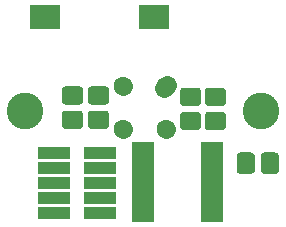
<source format=gbr>
G04 #@! TF.GenerationSoftware,KiCad,Pcbnew,(5.0.0)*
G04 #@! TF.CreationDate,2018-09-26T10:31:33+02:00*
G04 #@! TF.ProjectId,OpenThermalCamera,4F70656E546865726D616C43616D6572,rev?*
G04 #@! TF.SameCoordinates,Original*
G04 #@! TF.FileFunction,Soldermask,Bot*
G04 #@! TF.FilePolarity,Negative*
%FSLAX46Y46*%
G04 Gerber Fmt 4.6, Leading zero omitted, Abs format (unit mm)*
G04 Created by KiCad (PCBNEW (5.0.0)) date 09/26/18 10:31:33*
%MOMM*%
%LPD*%
G01*
G04 APERTURE LIST*
%ADD10C,3.100000*%
%ADD11R,2.580000X2.000000*%
%ADD12C,0.100000*%
%ADD13C,1.550000*%
%ADD14R,2.800000X1.140000*%
%ADD15R,1.850000X0.850000*%
%ADD16C,1.600000*%
%ADD17C,1.600000*%
G04 APERTURE END LIST*
D10*
G04 #@! TO.C,MH1*
X50000000Y-37000000D03*
G04 #@! TD*
G04 #@! TO.C,MH2*
X30000000Y-37000000D03*
G04 #@! TD*
D11*
G04 #@! TO.C,SW1*
X31710000Y-29000000D03*
X40890000Y-29000000D03*
G04 #@! TD*
D12*
G04 #@! TO.C,C5*
G36*
X34596071Y-34901623D02*
X34628781Y-34906475D01*
X34660857Y-34914509D01*
X34691991Y-34925649D01*
X34721884Y-34939787D01*
X34750247Y-34956787D01*
X34776807Y-34976485D01*
X34801308Y-34998692D01*
X34823515Y-35023193D01*
X34843213Y-35049753D01*
X34860213Y-35078116D01*
X34874351Y-35108009D01*
X34885491Y-35139143D01*
X34893525Y-35171219D01*
X34898377Y-35203929D01*
X34900000Y-35236956D01*
X34900000Y-36113044D01*
X34898377Y-36146071D01*
X34893525Y-36178781D01*
X34885491Y-36210857D01*
X34874351Y-36241991D01*
X34860213Y-36271884D01*
X34843213Y-36300247D01*
X34823515Y-36326807D01*
X34801308Y-36351308D01*
X34776807Y-36373515D01*
X34750247Y-36393213D01*
X34721884Y-36410213D01*
X34691991Y-36424351D01*
X34660857Y-36435491D01*
X34628781Y-36443525D01*
X34596071Y-36448377D01*
X34563044Y-36450000D01*
X33436956Y-36450000D01*
X33403929Y-36448377D01*
X33371219Y-36443525D01*
X33339143Y-36435491D01*
X33308009Y-36424351D01*
X33278116Y-36410213D01*
X33249753Y-36393213D01*
X33223193Y-36373515D01*
X33198692Y-36351308D01*
X33176485Y-36326807D01*
X33156787Y-36300247D01*
X33139787Y-36271884D01*
X33125649Y-36241991D01*
X33114509Y-36210857D01*
X33106475Y-36178781D01*
X33101623Y-36146071D01*
X33100000Y-36113044D01*
X33100000Y-35236956D01*
X33101623Y-35203929D01*
X33106475Y-35171219D01*
X33114509Y-35139143D01*
X33125649Y-35108009D01*
X33139787Y-35078116D01*
X33156787Y-35049753D01*
X33176485Y-35023193D01*
X33198692Y-34998692D01*
X33223193Y-34976485D01*
X33249753Y-34956787D01*
X33278116Y-34939787D01*
X33308009Y-34925649D01*
X33339143Y-34914509D01*
X33371219Y-34906475D01*
X33403929Y-34901623D01*
X33436956Y-34900000D01*
X34563044Y-34900000D01*
X34596071Y-34901623D01*
X34596071Y-34901623D01*
G37*
D13*
X34000000Y-35675000D03*
D12*
G36*
X34596071Y-36951623D02*
X34628781Y-36956475D01*
X34660857Y-36964509D01*
X34691991Y-36975649D01*
X34721884Y-36989787D01*
X34750247Y-37006787D01*
X34776807Y-37026485D01*
X34801308Y-37048692D01*
X34823515Y-37073193D01*
X34843213Y-37099753D01*
X34860213Y-37128116D01*
X34874351Y-37158009D01*
X34885491Y-37189143D01*
X34893525Y-37221219D01*
X34898377Y-37253929D01*
X34900000Y-37286956D01*
X34900000Y-38163044D01*
X34898377Y-38196071D01*
X34893525Y-38228781D01*
X34885491Y-38260857D01*
X34874351Y-38291991D01*
X34860213Y-38321884D01*
X34843213Y-38350247D01*
X34823515Y-38376807D01*
X34801308Y-38401308D01*
X34776807Y-38423515D01*
X34750247Y-38443213D01*
X34721884Y-38460213D01*
X34691991Y-38474351D01*
X34660857Y-38485491D01*
X34628781Y-38493525D01*
X34596071Y-38498377D01*
X34563044Y-38500000D01*
X33436956Y-38500000D01*
X33403929Y-38498377D01*
X33371219Y-38493525D01*
X33339143Y-38485491D01*
X33308009Y-38474351D01*
X33278116Y-38460213D01*
X33249753Y-38443213D01*
X33223193Y-38423515D01*
X33198692Y-38401308D01*
X33176485Y-38376807D01*
X33156787Y-38350247D01*
X33139787Y-38321884D01*
X33125649Y-38291991D01*
X33114509Y-38260857D01*
X33106475Y-38228781D01*
X33101623Y-38196071D01*
X33100000Y-38163044D01*
X33100000Y-37286956D01*
X33101623Y-37253929D01*
X33106475Y-37221219D01*
X33114509Y-37189143D01*
X33125649Y-37158009D01*
X33139787Y-37128116D01*
X33156787Y-37099753D01*
X33176485Y-37073193D01*
X33198692Y-37048692D01*
X33223193Y-37026485D01*
X33249753Y-37006787D01*
X33278116Y-36989787D01*
X33308009Y-36975649D01*
X33339143Y-36964509D01*
X33371219Y-36956475D01*
X33403929Y-36951623D01*
X33436956Y-36950000D01*
X34563044Y-36950000D01*
X34596071Y-36951623D01*
X34596071Y-36951623D01*
G37*
D13*
X34000000Y-37725000D03*
G04 #@! TD*
D12*
G04 #@! TO.C,C4*
G36*
X36796071Y-36951623D02*
X36828781Y-36956475D01*
X36860857Y-36964509D01*
X36891991Y-36975649D01*
X36921884Y-36989787D01*
X36950247Y-37006787D01*
X36976807Y-37026485D01*
X37001308Y-37048692D01*
X37023515Y-37073193D01*
X37043213Y-37099753D01*
X37060213Y-37128116D01*
X37074351Y-37158009D01*
X37085491Y-37189143D01*
X37093525Y-37221219D01*
X37098377Y-37253929D01*
X37100000Y-37286956D01*
X37100000Y-38163044D01*
X37098377Y-38196071D01*
X37093525Y-38228781D01*
X37085491Y-38260857D01*
X37074351Y-38291991D01*
X37060213Y-38321884D01*
X37043213Y-38350247D01*
X37023515Y-38376807D01*
X37001308Y-38401308D01*
X36976807Y-38423515D01*
X36950247Y-38443213D01*
X36921884Y-38460213D01*
X36891991Y-38474351D01*
X36860857Y-38485491D01*
X36828781Y-38493525D01*
X36796071Y-38498377D01*
X36763044Y-38500000D01*
X35636956Y-38500000D01*
X35603929Y-38498377D01*
X35571219Y-38493525D01*
X35539143Y-38485491D01*
X35508009Y-38474351D01*
X35478116Y-38460213D01*
X35449753Y-38443213D01*
X35423193Y-38423515D01*
X35398692Y-38401308D01*
X35376485Y-38376807D01*
X35356787Y-38350247D01*
X35339787Y-38321884D01*
X35325649Y-38291991D01*
X35314509Y-38260857D01*
X35306475Y-38228781D01*
X35301623Y-38196071D01*
X35300000Y-38163044D01*
X35300000Y-37286956D01*
X35301623Y-37253929D01*
X35306475Y-37221219D01*
X35314509Y-37189143D01*
X35325649Y-37158009D01*
X35339787Y-37128116D01*
X35356787Y-37099753D01*
X35376485Y-37073193D01*
X35398692Y-37048692D01*
X35423193Y-37026485D01*
X35449753Y-37006787D01*
X35478116Y-36989787D01*
X35508009Y-36975649D01*
X35539143Y-36964509D01*
X35571219Y-36956475D01*
X35603929Y-36951623D01*
X35636956Y-36950000D01*
X36763044Y-36950000D01*
X36796071Y-36951623D01*
X36796071Y-36951623D01*
G37*
D13*
X36200000Y-37725000D03*
D12*
G36*
X36796071Y-34901623D02*
X36828781Y-34906475D01*
X36860857Y-34914509D01*
X36891991Y-34925649D01*
X36921884Y-34939787D01*
X36950247Y-34956787D01*
X36976807Y-34976485D01*
X37001308Y-34998692D01*
X37023515Y-35023193D01*
X37043213Y-35049753D01*
X37060213Y-35078116D01*
X37074351Y-35108009D01*
X37085491Y-35139143D01*
X37093525Y-35171219D01*
X37098377Y-35203929D01*
X37100000Y-35236956D01*
X37100000Y-36113044D01*
X37098377Y-36146071D01*
X37093525Y-36178781D01*
X37085491Y-36210857D01*
X37074351Y-36241991D01*
X37060213Y-36271884D01*
X37043213Y-36300247D01*
X37023515Y-36326807D01*
X37001308Y-36351308D01*
X36976807Y-36373515D01*
X36950247Y-36393213D01*
X36921884Y-36410213D01*
X36891991Y-36424351D01*
X36860857Y-36435491D01*
X36828781Y-36443525D01*
X36796071Y-36448377D01*
X36763044Y-36450000D01*
X35636956Y-36450000D01*
X35603929Y-36448377D01*
X35571219Y-36443525D01*
X35539143Y-36435491D01*
X35508009Y-36424351D01*
X35478116Y-36410213D01*
X35449753Y-36393213D01*
X35423193Y-36373515D01*
X35398692Y-36351308D01*
X35376485Y-36326807D01*
X35356787Y-36300247D01*
X35339787Y-36271884D01*
X35325649Y-36241991D01*
X35314509Y-36210857D01*
X35306475Y-36178781D01*
X35301623Y-36146071D01*
X35300000Y-36113044D01*
X35300000Y-35236956D01*
X35301623Y-35203929D01*
X35306475Y-35171219D01*
X35314509Y-35139143D01*
X35325649Y-35108009D01*
X35339787Y-35078116D01*
X35356787Y-35049753D01*
X35376485Y-35023193D01*
X35398692Y-34998692D01*
X35423193Y-34976485D01*
X35449753Y-34956787D01*
X35478116Y-34939787D01*
X35508009Y-34925649D01*
X35539143Y-34914509D01*
X35571219Y-34906475D01*
X35603929Y-34901623D01*
X35636956Y-34900000D01*
X36763044Y-34900000D01*
X36796071Y-34901623D01*
X36796071Y-34901623D01*
G37*
D13*
X36200000Y-35675000D03*
G04 #@! TD*
D14*
G04 #@! TO.C,J1*
X32450000Y-45640000D03*
X36350000Y-45640000D03*
X32450000Y-44370000D03*
X36350000Y-44370000D03*
X32450000Y-43100000D03*
X36350000Y-43100000D03*
X32450000Y-41830000D03*
X36350000Y-41830000D03*
X32450000Y-40560000D03*
X36350000Y-40560000D03*
G04 #@! TD*
D15*
G04 #@! TO.C,U3*
X45850000Y-40075000D03*
X45850000Y-40725000D03*
X45850000Y-41375000D03*
X45850000Y-42025000D03*
X45850000Y-42675000D03*
X45850000Y-43325000D03*
X45850000Y-43975000D03*
X45850000Y-44625000D03*
X45850000Y-45275000D03*
X45850000Y-45925000D03*
X39950000Y-45925000D03*
X39950000Y-45275000D03*
X39950000Y-44625000D03*
X39950000Y-43975000D03*
X39950000Y-43325000D03*
X39950000Y-42675000D03*
X39950000Y-42025000D03*
X39950000Y-41375000D03*
X39950000Y-40725000D03*
X39950000Y-40075000D03*
G04 #@! TD*
D16*
G04 #@! TO.C,U1*
X41900000Y-34900000D03*
D17*
X42041421Y-34758579D02*
X41758579Y-35041421D01*
D16*
X38307898Y-34900000D03*
D17*
X38307898Y-34900000D02*
X38307898Y-34900000D01*
D16*
X38307898Y-38492102D03*
D17*
X38307898Y-38492102D02*
X38307898Y-38492102D01*
D16*
X41900000Y-38492102D03*
D17*
X41900000Y-38492102D02*
X41900000Y-38492102D01*
G04 #@! TD*
D12*
G04 #@! TO.C,R3*
G36*
X44596071Y-35001623D02*
X44628781Y-35006475D01*
X44660857Y-35014509D01*
X44691991Y-35025649D01*
X44721884Y-35039787D01*
X44750247Y-35056787D01*
X44776807Y-35076485D01*
X44801308Y-35098692D01*
X44823515Y-35123193D01*
X44843213Y-35149753D01*
X44860213Y-35178116D01*
X44874351Y-35208009D01*
X44885491Y-35239143D01*
X44893525Y-35271219D01*
X44898377Y-35303929D01*
X44900000Y-35336956D01*
X44900000Y-36213044D01*
X44898377Y-36246071D01*
X44893525Y-36278781D01*
X44885491Y-36310857D01*
X44874351Y-36341991D01*
X44860213Y-36371884D01*
X44843213Y-36400247D01*
X44823515Y-36426807D01*
X44801308Y-36451308D01*
X44776807Y-36473515D01*
X44750247Y-36493213D01*
X44721884Y-36510213D01*
X44691991Y-36524351D01*
X44660857Y-36535491D01*
X44628781Y-36543525D01*
X44596071Y-36548377D01*
X44563044Y-36550000D01*
X43436956Y-36550000D01*
X43403929Y-36548377D01*
X43371219Y-36543525D01*
X43339143Y-36535491D01*
X43308009Y-36524351D01*
X43278116Y-36510213D01*
X43249753Y-36493213D01*
X43223193Y-36473515D01*
X43198692Y-36451308D01*
X43176485Y-36426807D01*
X43156787Y-36400247D01*
X43139787Y-36371884D01*
X43125649Y-36341991D01*
X43114509Y-36310857D01*
X43106475Y-36278781D01*
X43101623Y-36246071D01*
X43100000Y-36213044D01*
X43100000Y-35336956D01*
X43101623Y-35303929D01*
X43106475Y-35271219D01*
X43114509Y-35239143D01*
X43125649Y-35208009D01*
X43139787Y-35178116D01*
X43156787Y-35149753D01*
X43176485Y-35123193D01*
X43198692Y-35098692D01*
X43223193Y-35076485D01*
X43249753Y-35056787D01*
X43278116Y-35039787D01*
X43308009Y-35025649D01*
X43339143Y-35014509D01*
X43371219Y-35006475D01*
X43403929Y-35001623D01*
X43436956Y-35000000D01*
X44563044Y-35000000D01*
X44596071Y-35001623D01*
X44596071Y-35001623D01*
G37*
D13*
X44000000Y-35775000D03*
D12*
G36*
X44596071Y-37051623D02*
X44628781Y-37056475D01*
X44660857Y-37064509D01*
X44691991Y-37075649D01*
X44721884Y-37089787D01*
X44750247Y-37106787D01*
X44776807Y-37126485D01*
X44801308Y-37148692D01*
X44823515Y-37173193D01*
X44843213Y-37199753D01*
X44860213Y-37228116D01*
X44874351Y-37258009D01*
X44885491Y-37289143D01*
X44893525Y-37321219D01*
X44898377Y-37353929D01*
X44900000Y-37386956D01*
X44900000Y-38263044D01*
X44898377Y-38296071D01*
X44893525Y-38328781D01*
X44885491Y-38360857D01*
X44874351Y-38391991D01*
X44860213Y-38421884D01*
X44843213Y-38450247D01*
X44823515Y-38476807D01*
X44801308Y-38501308D01*
X44776807Y-38523515D01*
X44750247Y-38543213D01*
X44721884Y-38560213D01*
X44691991Y-38574351D01*
X44660857Y-38585491D01*
X44628781Y-38593525D01*
X44596071Y-38598377D01*
X44563044Y-38600000D01*
X43436956Y-38600000D01*
X43403929Y-38598377D01*
X43371219Y-38593525D01*
X43339143Y-38585491D01*
X43308009Y-38574351D01*
X43278116Y-38560213D01*
X43249753Y-38543213D01*
X43223193Y-38523515D01*
X43198692Y-38501308D01*
X43176485Y-38476807D01*
X43156787Y-38450247D01*
X43139787Y-38421884D01*
X43125649Y-38391991D01*
X43114509Y-38360857D01*
X43106475Y-38328781D01*
X43101623Y-38296071D01*
X43100000Y-38263044D01*
X43100000Y-37386956D01*
X43101623Y-37353929D01*
X43106475Y-37321219D01*
X43114509Y-37289143D01*
X43125649Y-37258009D01*
X43139787Y-37228116D01*
X43156787Y-37199753D01*
X43176485Y-37173193D01*
X43198692Y-37148692D01*
X43223193Y-37126485D01*
X43249753Y-37106787D01*
X43278116Y-37089787D01*
X43308009Y-37075649D01*
X43339143Y-37064509D01*
X43371219Y-37056475D01*
X43403929Y-37051623D01*
X43436956Y-37050000D01*
X44563044Y-37050000D01*
X44596071Y-37051623D01*
X44596071Y-37051623D01*
G37*
D13*
X44000000Y-37825000D03*
G04 #@! TD*
D12*
G04 #@! TO.C,R2*
G36*
X46696071Y-37051623D02*
X46728781Y-37056475D01*
X46760857Y-37064509D01*
X46791991Y-37075649D01*
X46821884Y-37089787D01*
X46850247Y-37106787D01*
X46876807Y-37126485D01*
X46901308Y-37148692D01*
X46923515Y-37173193D01*
X46943213Y-37199753D01*
X46960213Y-37228116D01*
X46974351Y-37258009D01*
X46985491Y-37289143D01*
X46993525Y-37321219D01*
X46998377Y-37353929D01*
X47000000Y-37386956D01*
X47000000Y-38263044D01*
X46998377Y-38296071D01*
X46993525Y-38328781D01*
X46985491Y-38360857D01*
X46974351Y-38391991D01*
X46960213Y-38421884D01*
X46943213Y-38450247D01*
X46923515Y-38476807D01*
X46901308Y-38501308D01*
X46876807Y-38523515D01*
X46850247Y-38543213D01*
X46821884Y-38560213D01*
X46791991Y-38574351D01*
X46760857Y-38585491D01*
X46728781Y-38593525D01*
X46696071Y-38598377D01*
X46663044Y-38600000D01*
X45536956Y-38600000D01*
X45503929Y-38598377D01*
X45471219Y-38593525D01*
X45439143Y-38585491D01*
X45408009Y-38574351D01*
X45378116Y-38560213D01*
X45349753Y-38543213D01*
X45323193Y-38523515D01*
X45298692Y-38501308D01*
X45276485Y-38476807D01*
X45256787Y-38450247D01*
X45239787Y-38421884D01*
X45225649Y-38391991D01*
X45214509Y-38360857D01*
X45206475Y-38328781D01*
X45201623Y-38296071D01*
X45200000Y-38263044D01*
X45200000Y-37386956D01*
X45201623Y-37353929D01*
X45206475Y-37321219D01*
X45214509Y-37289143D01*
X45225649Y-37258009D01*
X45239787Y-37228116D01*
X45256787Y-37199753D01*
X45276485Y-37173193D01*
X45298692Y-37148692D01*
X45323193Y-37126485D01*
X45349753Y-37106787D01*
X45378116Y-37089787D01*
X45408009Y-37075649D01*
X45439143Y-37064509D01*
X45471219Y-37056475D01*
X45503929Y-37051623D01*
X45536956Y-37050000D01*
X46663044Y-37050000D01*
X46696071Y-37051623D01*
X46696071Y-37051623D01*
G37*
D13*
X46100000Y-37825000D03*
D12*
G36*
X46696071Y-35001623D02*
X46728781Y-35006475D01*
X46760857Y-35014509D01*
X46791991Y-35025649D01*
X46821884Y-35039787D01*
X46850247Y-35056787D01*
X46876807Y-35076485D01*
X46901308Y-35098692D01*
X46923515Y-35123193D01*
X46943213Y-35149753D01*
X46960213Y-35178116D01*
X46974351Y-35208009D01*
X46985491Y-35239143D01*
X46993525Y-35271219D01*
X46998377Y-35303929D01*
X47000000Y-35336956D01*
X47000000Y-36213044D01*
X46998377Y-36246071D01*
X46993525Y-36278781D01*
X46985491Y-36310857D01*
X46974351Y-36341991D01*
X46960213Y-36371884D01*
X46943213Y-36400247D01*
X46923515Y-36426807D01*
X46901308Y-36451308D01*
X46876807Y-36473515D01*
X46850247Y-36493213D01*
X46821884Y-36510213D01*
X46791991Y-36524351D01*
X46760857Y-36535491D01*
X46728781Y-36543525D01*
X46696071Y-36548377D01*
X46663044Y-36550000D01*
X45536956Y-36550000D01*
X45503929Y-36548377D01*
X45471219Y-36543525D01*
X45439143Y-36535491D01*
X45408009Y-36524351D01*
X45378116Y-36510213D01*
X45349753Y-36493213D01*
X45323193Y-36473515D01*
X45298692Y-36451308D01*
X45276485Y-36426807D01*
X45256787Y-36400247D01*
X45239787Y-36371884D01*
X45225649Y-36341991D01*
X45214509Y-36310857D01*
X45206475Y-36278781D01*
X45201623Y-36246071D01*
X45200000Y-36213044D01*
X45200000Y-35336956D01*
X45201623Y-35303929D01*
X45206475Y-35271219D01*
X45214509Y-35239143D01*
X45225649Y-35208009D01*
X45239787Y-35178116D01*
X45256787Y-35149753D01*
X45276485Y-35123193D01*
X45298692Y-35098692D01*
X45323193Y-35076485D01*
X45349753Y-35056787D01*
X45378116Y-35039787D01*
X45408009Y-35025649D01*
X45439143Y-35014509D01*
X45471219Y-35006475D01*
X45503929Y-35001623D01*
X45536956Y-35000000D01*
X46663044Y-35000000D01*
X46696071Y-35001623D01*
X46696071Y-35001623D01*
G37*
D13*
X46100000Y-35775000D03*
G04 #@! TD*
D12*
G04 #@! TO.C,R1*
G36*
X49146071Y-40501623D02*
X49178781Y-40506475D01*
X49210857Y-40514509D01*
X49241991Y-40525649D01*
X49271884Y-40539787D01*
X49300247Y-40556787D01*
X49326807Y-40576485D01*
X49351308Y-40598692D01*
X49373515Y-40623193D01*
X49393213Y-40649753D01*
X49410213Y-40678116D01*
X49424351Y-40708009D01*
X49435491Y-40739143D01*
X49443525Y-40771219D01*
X49448377Y-40803929D01*
X49450000Y-40836956D01*
X49450000Y-41963044D01*
X49448377Y-41996071D01*
X49443525Y-42028781D01*
X49435491Y-42060857D01*
X49424351Y-42091991D01*
X49410213Y-42121884D01*
X49393213Y-42150247D01*
X49373515Y-42176807D01*
X49351308Y-42201308D01*
X49326807Y-42223515D01*
X49300247Y-42243213D01*
X49271884Y-42260213D01*
X49241991Y-42274351D01*
X49210857Y-42285491D01*
X49178781Y-42293525D01*
X49146071Y-42298377D01*
X49113044Y-42300000D01*
X48236956Y-42300000D01*
X48203929Y-42298377D01*
X48171219Y-42293525D01*
X48139143Y-42285491D01*
X48108009Y-42274351D01*
X48078116Y-42260213D01*
X48049753Y-42243213D01*
X48023193Y-42223515D01*
X47998692Y-42201308D01*
X47976485Y-42176807D01*
X47956787Y-42150247D01*
X47939787Y-42121884D01*
X47925649Y-42091991D01*
X47914509Y-42060857D01*
X47906475Y-42028781D01*
X47901623Y-41996071D01*
X47900000Y-41963044D01*
X47900000Y-40836956D01*
X47901623Y-40803929D01*
X47906475Y-40771219D01*
X47914509Y-40739143D01*
X47925649Y-40708009D01*
X47939787Y-40678116D01*
X47956787Y-40649753D01*
X47976485Y-40623193D01*
X47998692Y-40598692D01*
X48023193Y-40576485D01*
X48049753Y-40556787D01*
X48078116Y-40539787D01*
X48108009Y-40525649D01*
X48139143Y-40514509D01*
X48171219Y-40506475D01*
X48203929Y-40501623D01*
X48236956Y-40500000D01*
X49113044Y-40500000D01*
X49146071Y-40501623D01*
X49146071Y-40501623D01*
G37*
D13*
X48675000Y-41400000D03*
D12*
G36*
X51196071Y-40501623D02*
X51228781Y-40506475D01*
X51260857Y-40514509D01*
X51291991Y-40525649D01*
X51321884Y-40539787D01*
X51350247Y-40556787D01*
X51376807Y-40576485D01*
X51401308Y-40598692D01*
X51423515Y-40623193D01*
X51443213Y-40649753D01*
X51460213Y-40678116D01*
X51474351Y-40708009D01*
X51485491Y-40739143D01*
X51493525Y-40771219D01*
X51498377Y-40803929D01*
X51500000Y-40836956D01*
X51500000Y-41963044D01*
X51498377Y-41996071D01*
X51493525Y-42028781D01*
X51485491Y-42060857D01*
X51474351Y-42091991D01*
X51460213Y-42121884D01*
X51443213Y-42150247D01*
X51423515Y-42176807D01*
X51401308Y-42201308D01*
X51376807Y-42223515D01*
X51350247Y-42243213D01*
X51321884Y-42260213D01*
X51291991Y-42274351D01*
X51260857Y-42285491D01*
X51228781Y-42293525D01*
X51196071Y-42298377D01*
X51163044Y-42300000D01*
X50286956Y-42300000D01*
X50253929Y-42298377D01*
X50221219Y-42293525D01*
X50189143Y-42285491D01*
X50158009Y-42274351D01*
X50128116Y-42260213D01*
X50099753Y-42243213D01*
X50073193Y-42223515D01*
X50048692Y-42201308D01*
X50026485Y-42176807D01*
X50006787Y-42150247D01*
X49989787Y-42121884D01*
X49975649Y-42091991D01*
X49964509Y-42060857D01*
X49956475Y-42028781D01*
X49951623Y-41996071D01*
X49950000Y-41963044D01*
X49950000Y-40836956D01*
X49951623Y-40803929D01*
X49956475Y-40771219D01*
X49964509Y-40739143D01*
X49975649Y-40708009D01*
X49989787Y-40678116D01*
X50006787Y-40649753D01*
X50026485Y-40623193D01*
X50048692Y-40598692D01*
X50073193Y-40576485D01*
X50099753Y-40556787D01*
X50128116Y-40539787D01*
X50158009Y-40525649D01*
X50189143Y-40514509D01*
X50221219Y-40506475D01*
X50253929Y-40501623D01*
X50286956Y-40500000D01*
X51163044Y-40500000D01*
X51196071Y-40501623D01*
X51196071Y-40501623D01*
G37*
D13*
X50725000Y-41400000D03*
G04 #@! TD*
M02*

</source>
